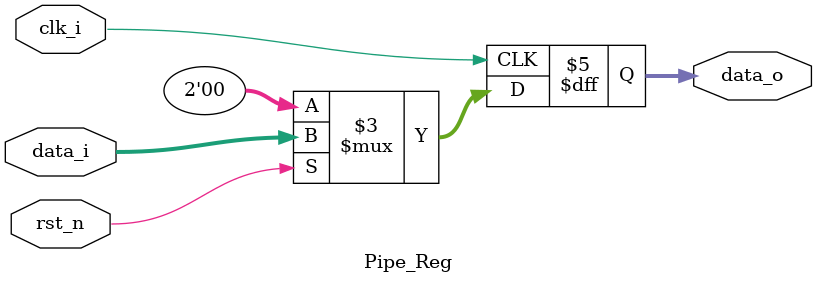
<source format=v>
module Pipe_Reg (
           clk_i,
           rst_n,
           data_i,
           data_o
       );

parameter size = 0;

//I/O ports
input clk_i;
input rst_n;
input [size-1:0] data_i;

output [size-1:0] data_o;

//Internal Signals
reg [size-1:0] data_o;

//Main function
/*your code here*/
always @(posedge clk_i)
begin
    if(rst_n)
        data_o <= data_i;
    else
        data_o <= 0;
end
endmodule

</source>
